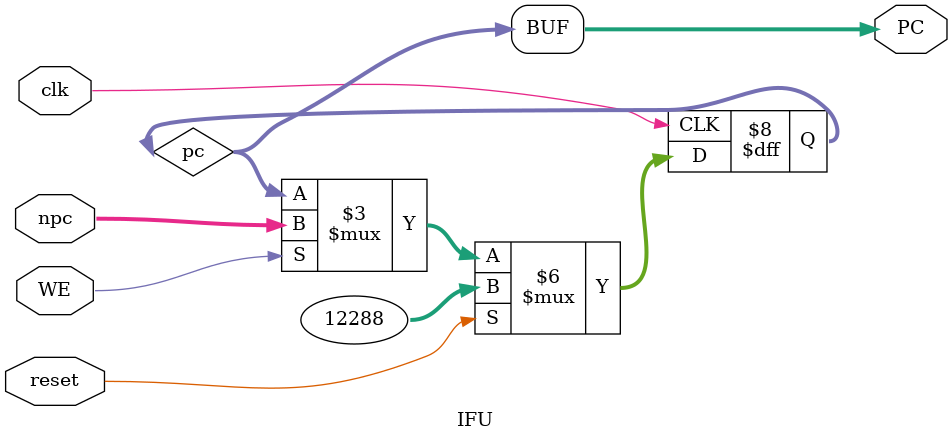
<source format=v>
`timescale 1ns / 1ps
module IFU(
	input clk,
	input reset,              
	input [31:0] npc,
	input WE,
	
	output [31:0] PC
	// output [31:0] Instr
);
	reg [31:0] pc = 32'h0000_3000;
	// reg [31:0] IM_REG[0:4096 - 1];
	// wire [11:0] ADDR;
	// integer i = 0;
	// initial begin
	// 	for(i = 0;i < 4096; i = i + 1)
	// 		IM_REG[i] = 32'h0;
	// 	$readmemh("code.txt",IM_REG);
	// end
	
	// assign ADDR = pc[13:2] - 12'hc00;
	// assign Instr = IM_REG[ADDR];
	assign PC = pc;
	
	always @(posedge clk)begin
		if(reset)
			pc <= 32'h0000_3000;
		else if(WE)begin
			pc <= npc;
		end
	end
	
	
	


endmodule

</source>
